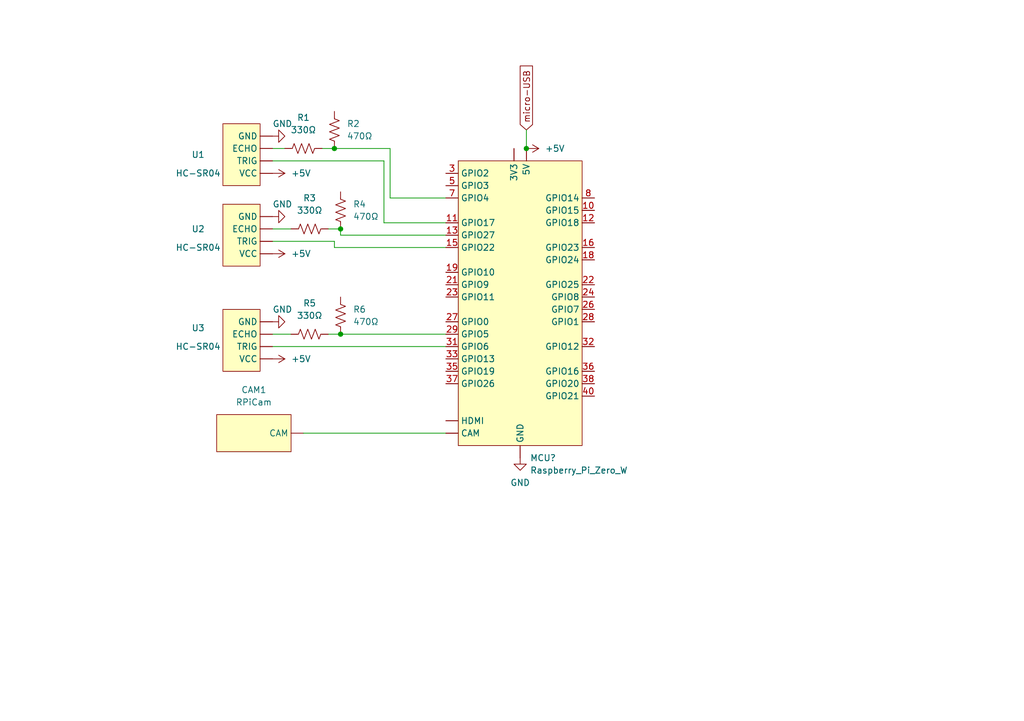
<source format=kicad_sch>
(kicad_sch (version 20211123) (generator eeschema)
  (paper "A5")
  (title_block (title "isDoorLocked Schema") (date "2023-10-29") (rev "0.1") (company "Vrishak Vemuri"))
  (lib_symbols
    (symbol "0_iDLSyms:HC-SR04"
      (property "Reference" "U" (at 0 -8.89 0))
      (property "Value" "HC-SR04" (at 0 5.08 0))
      (symbol "HC-SR04_0_1"
        (rectangle (start -6.35 3.81) (end 6.35 -3.81) (fill (type background)))
      )
      (symbol "HC-SR04_1_1"
        (pin output line (at 1.27 -6.35 90) (length 2.54) (name "ECHO") (number ""))
        (pin power_out line (at 3.81 -6.35 90) (length 2.54) (name "GND") (number ""))
        (pin input line (at -1.27 -6.35 90) (length 2.54) (name "TRIG") (number ""))
        (pin power_in line (at -3.81 -6.35 90) (length 2.54) (name "VCC") (number ""))
      )
    )
    (symbol "0_iDLSyms:RPiCam"
      (property "Reference" "CAM" (at 0 -5.08 0))
      (property "Value" "RPiCam" (at 0 5.08 0))
      (symbol "RPiCam_0_1"
        (rectangle (start -7.62 3.81) (end 7.62 -3.81) (fill (type background)))
      )
      (symbol "RPiCam_1_1"
        (pin output line (at -10.16 0 0) (length 2.54) (name "CAM") (number ""))
      )
    )
    (symbol "0_iDLSyms:Raspberry_Pi_Zero_W"
      (property "Reference" "MCU" (at 0 17.78 0))
      (property "Value" "Raspberry_Pi_Zero_W" (at 0 -25.4 0))
      (symbol "Raspberry_Pi_Zero_W_0_1"
        (rectangle (start -12.7 25.4) (end 12.7 -33.02) (fill (type background)))
      )
      (symbol "Raspberry_Pi_Zero_W_1_1"
        (pin input line (at -1.27 27.94 270) (length 2.54) (name "3V3") (number ""))
        (pin input line (at 1.27 27.94 270) (length 2.54) (name "5V") (number ""))
        (pin input line (at -15.24 -30.48 0) (length 2.54) (name "CAM") (number ""))
        (pin input line (at 0 -35.56 90) (length 2.54) (name "GND") (number ""))
        (pin output line (at -15.24 -27.94 0) (length 2.54) (name "HDMI") (number ""))
        (pin input line (at 15.24 15.24 180) (length 2.54) (name "GPIO15") (number "10"))
        (pin input line (at -15.24 12.7 0) (length 2.54) (name "GPIO17") (number "11"))
        (pin input line (at 15.24 12.7 180) (length 2.54) (name "GPIO18") (number "12"))
        (pin input line (at -15.24 10.16 0) (length 2.54) (name "GPIO27") (number "13"))
        (pin input line (at -15.24 7.62 0) (length 2.54) (name "GPIO22") (number "15"))
        (pin input line (at 15.24 7.62 180) (length 2.54) (name "GPIO23") (number "16"))
        (pin input line (at 15.24 5.08 180) (length 2.54) (name "GPIO24") (number "18"))
        (pin input line (at -15.24 2.54 0) (length 2.54) (name "GPIO10") (number "19"))
        (pin input line (at -15.24 0 0) (length 2.54) (name "GPIO9") (number "21"))
        (pin input line (at 15.24 0 180) (length 2.54) (name "GPIO25") (number "22"))
        (pin input line (at -15.24 -2.54 0) (length 2.54) (name "GPIO11") (number "23"))
        (pin input line (at 15.24 -2.54 180) (length 2.54) (name "GPIO8") (number "24"))
        (pin input line (at 15.24 -5.08 180) (length 2.54) (name "GPIO7") (number "26"))
        (pin input line (at -15.24 -7.62 0) (length 2.54) (name "GPIO0") (number "27"))
        (pin input line (at 15.24 -7.62 180) (length 2.54) (name "GPIO1") (number "28"))
        (pin input line (at -15.24 -10.16 0) (length 2.54) (name "GPIO5") (number "29"))
        (pin input line (at -15.24 22.86 0) (length 2.54) (name "GPIO2") (number "3"))
        (pin input line (at -15.24 -12.7 0) (length 2.54) (name "GPIO6") (number "31"))
        (pin input line (at 15.24 -12.7 180) (length 2.54) (name "GPIO12") (number "32"))
        (pin input line (at -15.24 -15.24 0) (length 2.54) (name "GPIO13") (number "33"))
        (pin input line (at -15.24 -17.78 0) (length 2.54) (name "GPIO19") (number "35"))
        (pin input line (at 15.24 -17.78 180) (length 2.54) (name "GPIO16") (number "36"))
        (pin input line (at -15.24 -20.32 0) (length 2.54) (name "GPIO26") (number "37"))
        (pin input line (at 15.24 -20.32 180) (length 2.54) (name "GPIO20") (number "38"))
        (pin input line (at 15.24 -22.86 180) (length 2.54) (name "GPIO21") (number "40"))
        (pin input line (at -15.24 20.32 0) (length 2.54) (name "GPIO3") (number "5"))
        (pin input line (at -15.24 17.78 0) (length 2.54) (name "GPIO4") (number "7"))
        (pin input line (at 15.24 17.78 180) (length 2.54) (name "GPIO14") (number "8"))
      )
    )
    (symbol "Device:R_US" (pin_numbers hide) (pin_names (offset 0))
      (property "Reference" "R" (at 2.54 0 90))
      (property "Value" "R_US" (at -2.54 0 90))
      (symbol "R_US_0_1"
        (polyline (pts (xy 0 -2.286) (xy 0 -2.54)))
        (polyline (pts (xy 0 2.286) (xy 0 2.54)))
        (polyline (pts (xy 0 -0.762) (xy 1.016 -1.143) (xy 0 -1.524) (xy -1.016 -1.905) (xy 0 -2.286)))
        (polyline (pts (xy 0 0.762) (xy 1.016 0.381) (xy 0 0) (xy -1.016 -0.381) (xy 0 -0.762)))
        (polyline (pts (xy 0 2.286) (xy 1.016 1.905) (xy 0 1.524) (xy -1.016 1.143) (xy 0 0.762)))
      )
      (symbol "R_US_1_1"
        (pin passive line (at 0 3.81 270) (length 1.27) (name "~") (number "1"))
        (pin passive line (at 0 -3.81 90) (length 1.27) (name "~") (number "2"))
      )
    )
    (symbol "power:+5V" (power) (pin_names (offset 0))
      (property "Value" "+5V" (at 0 3.556 0))
      (symbol "+5V_0_1"
        (polyline (pts (xy -0.762 1.27) (xy 0 2.54)))
        (polyline (pts (xy 0 0) (xy 0 2.54)))
        (polyline (pts (xy 0 2.54) (xy 0.762 1.27)))
      )
      (symbol "+5V_1_1"
        (pin power_in line (at 0 0 90) (length 0) hide (name "+5V") (number "1"))
      )
    )
    (symbol "power:GND" (power) (pin_names (offset 0))
      (property "Value" "GND" (at 0 -3.81 0))
      (symbol "GND_0_1"
        (polyline (pts (xy 0 0) (xy 0 -1.27) (xy 1.27 -1.27) (xy 0 -2.54) (xy -1.27 -1.27) (xy 0 -1.27)))
      )
      (symbol "GND_1_1"
        (pin power_in line (at 0 0 270) (length 0) hide (name "GND") (number "1"))
      )
    )
  )
  (junction (at 69.85 68.58))
  (junction (at 107.95 30.48))
  (junction (at 69.85 46.99))
  (junction (at 68.58 30.48))
  (wire (pts (xy 55.88 68.58) (xy 59.69 68.58)))
  (wire (pts (xy 68.58 50.8) (xy 91.44 50.8)))
  (wire (pts (xy 55.88 33.02) (xy 78.74 33.02)))
  (wire (pts (xy 80.01 40.64) (xy 80.01 30.48)))
  (wire (pts (xy 78.74 45.72) (xy 91.44 45.72)))
  (wire (pts (xy 80.01 30.48) (xy 68.58 30.48)))
  (wire (pts (xy 107.95 26.67) (xy 107.95 30.48)))
  (wire (pts (xy 91.44 40.64) (xy 80.01 40.64)))
  (wire (pts (xy 68.58 49.53) (xy 68.58 50.8)))
  (wire (pts (xy 62.23 88.9) (xy 91.44 88.9)))
  (wire (pts (xy 55.88 49.53) (xy 68.58 49.53)))
  (wire (pts (xy 68.58 30.48) (xy 66.04 30.48)))
  (wire (pts (xy 69.85 68.58) (xy 91.44 68.58)))
  (wire (pts (xy 69.85 48.26) (xy 69.85 46.99)))
  (wire (pts (xy 59.69 46.99) (xy 55.88 46.99)))
  (wire (pts (xy 58.42 30.48) (xy 55.88 30.48)))
  (wire (pts (xy 69.85 46.99) (xy 67.31 46.99)))
  (wire (pts (xy 91.44 48.26) (xy 69.85 48.26)))
  (wire (pts (xy 55.88 71.12) (xy 91.44 71.12)))
  (wire (pts (xy 78.74 33.02) (xy 78.74 45.72)))
  (wire (pts (xy 67.31 68.58) (xy 69.85 68.58)))
  (global_label "micro-USB" (shape input) (at 107.95 26.67 90) (property "Intersheet References" "${INTERSHEET_REFS}" (effects hide)))
  (symbol (lib_id "Device:R_US") (at 68.58 26.67 180) (unit 1)
    (property "Reference" "R2" (at 71.12 25.3999 0) (effects (justify right)))
    (property "Value" "470Ω" (at 71.12 27.9399 0) (effects (justify right)))
  )
  (symbol (lib_id "power:GND") (at 106.68 93.98 0) (unit 1)
    (property "Reference" "#PWR?" (effects hide))
    (property "Value" "GND" (at 106.68 99.06 0))
  )
  (symbol (lib_id "power:GND") (at 55.88 27.94 90) (unit 1)
    (property "Reference" "#PWR?" (effects hide))
    (property "Value" "GND" (at 55.88 25.4 90) (effects (justify right)))
  )
  (symbol (lib_id "power:+5V") (at 55.88 73.66 270) (unit 1)
    (property "Reference" "#PWR?" (effects hide))
    (property "Value" "+5V" (at 59.69 73.6599 90) (effects (justify left)))
  )
  (symbol (lib_id "power:+5V") (at 107.95 30.48 270) (unit 1)
    (property "Reference" "#PWR?" (effects hide))
    (property "Value" "+5V" (at 111.76 30.4799 90) (effects (justify left)))
  )
  (symbol (lib_id "0_iDLSyms:Raspberry_Pi_Zero_W") (at 106.68 58.42 0) (unit 1)
    (property "Reference" "MCU?" (at 108.6994 93.98 0) (effects (justify left)))
    (property "Value" "Raspberry_Pi_Zero_W" (at 108.6994 96.52 0) (effects (justify left)))
  )
  (symbol (lib_id "Device:R_US") (at 69.85 43.18 180) (unit 1)
    (property "Reference" "R4" (at 72.39 41.9099 0) (effects (justify right)))
    (property "Value" "470Ω" (at 72.39 44.4499 0) (effects (justify right)))
  )
  (symbol (lib_id "power:+5V") (at 55.88 52.07 270) (unit 1)
    (property "Reference" "#PWR?" (effects hide))
    (property "Value" "+5V" (at 59.69 52.0699 90) (effects (justify left)))
  )
  (symbol (lib_id "Device:R_US") (at 69.85 64.77 180) (unit 1)
    (property "Reference" "R6" (at 72.39 63.4999 0) (effects (justify right)))
    (property "Value" "470Ω" (at 72.39 66.0399 0) (effects (justify right)))
  )
  (symbol (lib_id "power:+5V") (at 55.88 35.56 270) (unit 1)
    (property "Reference" "#PWR?" (effects hide))
    (property "Value" "+5V" (at 59.69 35.5599 90) (effects (justify left)))
  )
  (symbol (lib_id "Device:R_US") (at 63.5 68.58 90) (unit 1)
    (property "Reference" "R5" (at 63.5 62.23 90))
    (property "Value" "330Ω" (at 63.5 64.77 90))
  )
  (symbol (lib_id "Device:R_US") (at 62.23 30.48 90) (unit 1)
    (property "Reference" "R1" (at 62.23 24.13 90))
    (property "Value" "330Ω" (at 62.23 26.67 90))
  )
  (symbol (lib_id "0_iDLSyms:HC-SR04") (at 49.53 31.75 90) (unit 1)
    (property "Reference" "U1" (at 40.64 31.75 90))
    (property "Value" "HC-SR04" (at 40.64 35.56 90))
  )
  (symbol (lib_id "Device:R_US") (at 63.5 46.99 90) (unit 1)
    (property "Reference" "R3" (at 63.5 40.64 90))
    (property "Value" "330Ω" (at 63.5 43.18 90))
  )
  (symbol (lib_id "0_iDLSyms:HC-SR04") (at 49.53 48.26 90) (unit 1)
    (property "Reference" "U2" (at 40.64 46.99 90))
    (property "Value" "HC-SR04" (at 40.64 50.8 90))
  )
  (symbol (lib_id "power:GND") (at 55.88 44.45 90) (unit 1)
    (property "Reference" "#PWR?" (effects hide))
    (property "Value" "GND" (at 55.88 41.91 90) (effects (justify right)))
  )
  (symbol (lib_id "power:GND") (at 55.88 66.04 90) (unit 1)
    (property "Reference" "#PWR?" (effects hide))
    (property "Value" "GND" (at 55.88 63.5 90) (effects (justify right)))
  )
  (symbol (lib_id "0_iDLSyms:HC-SR04") (at 49.53 69.85 90) (unit 1)
    (property "Reference" "U3" (at 40.64 67.31 90))
    (property "Value" "HC-SR04" (at 40.64 71.12 90))
  )
  (symbol (lib_id "0_iDLSyms:RPiCam") (at 52.07 88.9 180) (unit 1)
    (property "Reference" "CAM1" (at 52.07 80.01 0))
    (property "Value" "RPiCam" (at 52.07 82.55 0))
  )
)
</source>
